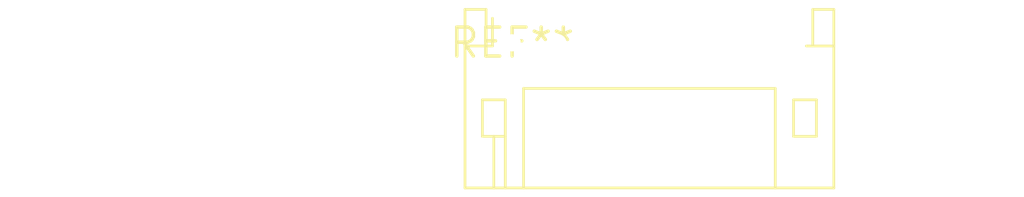
<source format=kicad_pcb>
(kicad_pcb (version 20240108) (generator pcbnew)
  (layers (0 "F.Cu" signal) (31 "B.Cu" signal) (34 "B.Paste" user) (35 "F.Paste" user) (36 "B.SilkS" user "B.Silkscreen") (37 "F.SilkS" user "F.Silkscreen") (38 "B.Mask" user) (39 "F.Mask" user) (44 "Edge.Cuts" user))
  (net 0 "")
  (footprint "JST_PH_S7B-PH-K_1x07_P2.00mm_Horizontal" (layer "F.Cu") (at 0 0)
    (property "Reference" "REF**")
    (property "Value" "JST_PH_S7B-PH-K_1x07_P2.00mm_Horizontal")
    (fp_line (start -2.06 -1.46) (end -2.06 6.36) (layer "F.SilkS") (stroke (width 0.12)))
    (fp_line (start -2.06 0.14) (end -1.14 0.14) (layer "F.SilkS") (stroke (width 0.12)))
    (fp_line (start -2.06 6.36) (end 14.06 6.36) (layer "F.SilkS") (stroke (width 0.12)))
    (fp_line (start -1.3 2.5) (end -1.3 4.1) (layer "F.SilkS") (stroke (width 0.12)))
    (fp_line (start -1.3 4.1) (end -0.3 4.1) (layer "F.SilkS") (stroke (width 0.12)))
    (fp_line (start -1.14 -1.46) (end -2.06 -1.46) (layer "F.SilkS") (stroke (width 0.12)))
    (fp_line (start -1.14 0.14) (end -1.14 -1.46) (layer "F.SilkS") (stroke (width 0.12)))
    (fp_line (start -0.86 0.14) (end -1.14 0.14) (layer "F.SilkS") (stroke (width 0.12)))
    (fp_line (start -0.86 0.14) (end -0.86 -1.075) (layer "F.SilkS") (stroke (width 0.12)))
    (fp_line (start -0.8 4.1) (end -0.8 6.36) (layer "F.SilkS") (stroke (width 0.12)))
    (fp_line (start -0.3 2.5) (end -1.3 2.5) (layer "F.SilkS") (stroke (width 0.12)))
    (fp_line (start -0.3 4.1) (end -0.3 2.5) (layer "F.SilkS") (stroke (width 0.12)))
    (fp_line (start -0.3 4.1) (end -0.3 6.36) (layer "F.SilkS") (stroke (width 0.12)))
    (fp_line (start 0.5 2) (end 11.5 2) (layer "F.SilkS") (stroke (width 0.12)))
    (fp_line (start 0.5 6.36) (end 0.5 2) (layer "F.SilkS") (stroke (width 0.12)))
    (fp_line (start 11.5 2) (end 11.5 6.36) (layer "F.SilkS") (stroke (width 0.12)))
    (fp_line (start 12.3 2.5) (end 13.3 2.5) (layer "F.SilkS") (stroke (width 0.12)))
    (fp_line (start 12.3 4.1) (end 12.3 2.5) (layer "F.SilkS") (stroke (width 0.12)))
    (fp_line (start 13.14 -1.46) (end 13.14 0.14) (layer "F.SilkS") (stroke (width 0.12)))
    (fp_line (start 13.14 0.14) (end 12.86 0.14) (layer "F.SilkS") (stroke (width 0.12)))
    (fp_line (start 13.3 2.5) (end 13.3 4.1) (layer "F.SilkS") (stroke (width 0.12)))
    (fp_line (start 13.3 4.1) (end 12.3 4.1) (layer "F.SilkS") (stroke (width 0.12)))
    (fp_line (start 14.06 -1.46) (end 13.14 -1.46) (layer "F.SilkS") (stroke (width 0.12)))
    (fp_line (start 14.06 0.14) (end 13.14 0.14) (layer "F.SilkS") (stroke (width 0.12)))
    (fp_line (start 14.06 6.36) (end 14.06 -1.46) (layer "F.SilkS") (stroke (width 0.12)))
    (pad "1" thru_hole roundrect (at 0 0) (size 1.2 1.75) (drill 0.75) (layers *.Cu *.Mask) (remove_unused_layers) (roundrect_rratio 0.208333))
    (pad "2" thru_hole oval (at 2 0) (size 1.2 1.75) (drill 0.75) (layers *.Cu *.Mask) (remove_unused_layers))
    (pad "3" thru_hole oval (at 4 0) (size 1.2 1.75) (drill 0.75) (layers *.Cu *.Mask) (remove_unused_layers))
    (pad "4" thru_hole oval (at 6 0) (size 1.2 1.75) (drill 0.75) (layers *.Cu *.Mask) (remove_unused_layers))
    (pad "5" thru_hole oval (at 8 0) (size 1.2 1.75) (drill 0.75) (layers *.Cu *.Mask) (remove_unused_layers))
    (pad "6" thru_hole oval (at 10 0) (size 1.2 1.75) (drill 0.75) (layers *.Cu *.Mask) (remove_unused_layers))
    (pad "7" thru_hole oval (at 12 0) (size 1.2 1.75) (drill 0.75) (layers *.Cu *.Mask) (remove_unused_layers))
  )
)
</source>
